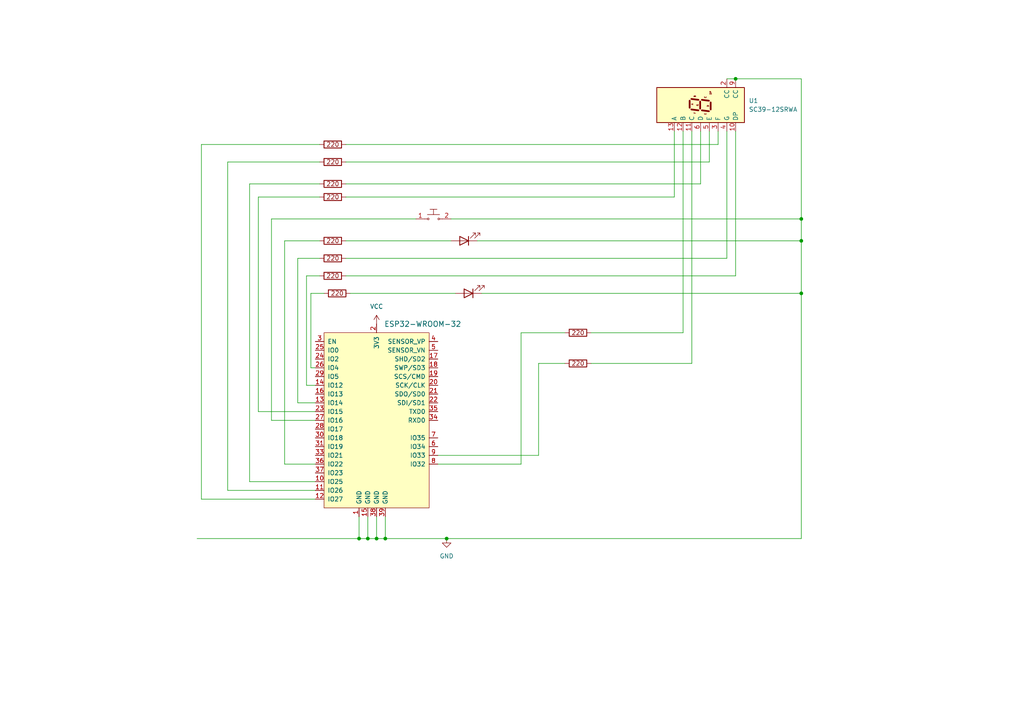
<source format=kicad_sch>
(kicad_sch (version 20230121) (generator eeschema)
  (paper "A4")
  (lib_symbols
    (symbol "Device:LED" (pin_numbers hide) (pin_names (offset 1.016) hide)
      (property "Reference" "D" (at 0 2.54 0))
      (property "Value" "LED" (at 0 -2.54 0))
      (symbol "LED_0_1"
        (polyline (pts (xy -1.27 -1.27) (xy -1.27 1.27)) (stroke (width 0.254)))
        (polyline (pts (xy -1.27 0) (xy 1.27 0)))
        (polyline (pts (xy 1.27 -1.27) (xy 1.27 1.27) (xy -1.27 0) (xy 1.27 -1.27)) (stroke (width 0.254)))
        (polyline (pts (xy -3.048 -0.762) (xy -4.572 -2.286) (xy -3.81 -2.286) (xy -4.572 -2.286) (xy -4.572 -1.524)))
        (polyline (pts (xy -1.778 -0.762) (xy -3.302 -2.286) (xy -2.54 -2.286) (xy -3.302 -2.286) (xy -3.302 -1.524)))
      )
      (symbol "LED_1_1"
        (pin passive line (at -3.81 0 0) (length 2.54) (name "K") (number "1"))
        (pin passive line (at 3.81 0 180) (length 2.54) (name "A") (number "2"))
      )
    )
    (symbol "R_2" (pin_numbers hide) (pin_names (offset 0))
      (symbol "R_2_0_1"
        (rectangle (start -1.016 -2.54) (end 1.016 2.54) (stroke (width 0.254)))
      )
      (symbol "R_2_1_1"
        (text "220" (at 0 0 900) (effects (font (size 1.27 1.27))))
        (pin passive line (at 0 3.81 270) (length 1.27) (name "~") (number "1"))
        (pin passive line (at 0 -3.81 90) (length 1.27) (name "~") (number "2"))
      )
    )
    (symbol "stop_watch:GND-power" (power) (pin_names (offset 0))
      (property "Value" "GND-power" (at 0 -3.81 0))
      (symbol "GND-power_0_1"
        (polyline (pts (xy 0 0) (xy 0 -1.27) (xy 1.27 -1.27) (xy 0 -2.54) (xy -1.27 -1.27) (xy 0 -1.27)))
      )
      (symbol "GND-power_1_1"
        (pin power_in line (at 0 0 270) (length 0) hide (name "GND") (number "1"))
      )
    )
    (symbol "stop_watch:GPTS203211B-dk_Pushbutton-Switches" (pin_names (offset 1.016))
      (property "Reference" "S" (at -3.81 3.81 0))
      (property "Value" "GPTS203211B-dk_Pushbutton-Switches" (at 0 -2.54 0))
      (symbol "GPTS203211B-dk_Pushbutton-Switches_0_1"
        (circle (center -1.524 0) (radius 0.254))
        (polyline (pts (xy -2.54 0) (xy -1.778 0)))
        (polyline (pts (xy -1.778 1.27) (xy 1.778 1.27)))
        (polyline (pts (xy -1.016 2.794) (xy 1.016 2.794)))
        (polyline (pts (xy 0 1.27) (xy 0 2.794)))
        (polyline (pts (xy 2.54 0) (xy 1.778 0)))
        (circle (center 1.524 0) (radius 0.254))
      )
      (symbol "GPTS203211B-dk_Pushbutton-Switches_1_1"
        (pin passive line (at -5.08 0 0) (length 2.54) (name "~") (number "1"))
        (pin passive line (at 5.08 0 180) (length 2.54) (name "~") (number "2"))
      )
    )
    (symbol "stop_watch:VCC-power" (power) (pin_names (offset 0))
      (property "Value" "VCC-power" (at 0 3.81 0))
      (symbol "VCC-power_0_1"
        (polyline (pts (xy -0.762 1.27) (xy 0 2.54)))
        (polyline (pts (xy 0 0) (xy 0 2.54)))
        (polyline (pts (xy 0 2.54) (xy 0.762 1.27)))
      )
      (symbol "VCC-power_1_1"
        (pin power_in line (at 0 0 90) (length 0) hide (name "VCC") (number "1"))
      )
    )
    (symbol "uwi_library:ESP32-WROOM-32" (pin_names (offset 1.016))
      (property "Reference" "MOD" (at -10.16 1.27 0))
      (property "Value" "ESP32-WROOM-32" (at 5.08 -25.4 90))
      (symbol "ESP32-WROOM-32_0_1"
        (rectangle (start -10.16 0) (end 20.32 -50.8) (fill (type background)))
      )
      (symbol "ESP32-WROOM-32_1_1"
        (pin power_in line (at 0 -53.34 90) (length 2.54) (name "GND") (number "1"))
        (pin bidirectional line (at -12.7 -43.18 0) (length 2.54) (name "IO25") (number "10"))
        (pin bidirectional line (at -12.7 -45.72 0) (length 2.54) (name "IO26") (number "11"))
        (pin bidirectional line (at -12.7 -48.26 0) (length 2.54) (name "IO27") (number "12"))
        (pin bidirectional line (at -12.7 -20.32 0) (length 2.54) (name "IO14") (number "13"))
        (pin bidirectional line (at -12.7 -15.24 0) (length 2.54) (name "IO12") (number "14"))
        (pin power_in line (at 2.54 -53.34 90) (length 2.54) (name "GND") (number "15"))
        (pin bidirectional line (at -12.7 -17.78 0) (length 2.54) (name "IO13") (number "16"))
        (pin bidirectional line (at 22.86 -7.62 180) (length 2.54) (name "SHD/SD2") (number "17"))
        (pin bidirectional line (at 22.86 -10.16 180) (length 2.54) (name "SWP/SD3") (number "18"))
        (pin bidirectional line (at 22.86 -12.7 180) (length 2.54) (name "SCS/CMD") (number "19"))
        (pin power_in line (at 5.08 2.54 270) (length 2.54) (name "3V3") (number "2"))
        (pin bidirectional line (at 22.86 -15.24 180) (length 2.54) (name "SCK/CLK") (number "20"))
        (pin bidirectional line (at 22.86 -17.78 180) (length 2.54) (name "SDO/SD0") (number "21"))
        (pin bidirectional line (at 22.86 -20.32 180) (length 2.54) (name "SDI/SD1") (number "22"))
        (pin bidirectional line (at -12.7 -22.86 0) (length 2.54) (name "IO15") (number "23"))
        (pin bidirectional line (at -12.7 -7.62 0) (length 2.54) (name "IO2") (number "24"))
        (pin bidirectional line (at -12.7 -5.08 0) (length 2.54) (name "IO0") (number "25"))
        (pin bidirectional line (at -12.7 -10.16 0) (length 2.54) (name "IO4") (number "26"))
        (pin bidirectional line (at -12.7 -25.4 0) (length 2.54) (name "IO16") (number "27"))
        (pin bidirectional line (at -12.7 -27.94 0) (length 2.54) (name "IO17") (number "28"))
        (pin bidirectional line (at -12.7 -12.7 0) (length 2.54) (name "IO5") (number "29"))
        (pin input line (at -12.7 -2.54 0) (length 2.54) (name "EN") (number "3"))
        (pin bidirectional line (at -12.7 -30.48 0) (length 2.54) (name "IO18") (number "30"))
        (pin bidirectional line (at -12.7 -33.02 0) (length 2.54) (name "IO19") (number "31"))
        (pin no_connect line (at 20.32 -43.18 180) (length 2.54) hide (name "NC") (number "32"))
        (pin bidirectional line (at -12.7 -35.56 0) (length 2.54) (name "IO21") (number "33"))
        (pin bidirectional line (at 22.86 -25.4 180) (length 2.54) (name "RXD0") (number "34"))
        (pin bidirectional line (at 22.86 -22.86 180) (length 2.54) (name "TXD0") (number "35"))
        (pin bidirectional line (at -12.7 -38.1 0) (length 2.54) (name "IO22") (number "36"))
        (pin bidirectional line (at -12.7 -40.64 0) (length 2.54) (name "IO23") (number "37"))
        (pin power_in line (at 5.08 -53.34 90) (length 2.54) (name "GND") (number "38"))
        (pin power_in line (at 7.62 -53.34 90) (length 2.54) (name "GND") (number "39"))
        (pin input line (at 22.86 -2.54 180) (length 2.54) (name "SENSOR_VP") (number "4"))
        (pin input line (at 22.86 -5.08 180) (length 2.54) (name "SENSOR_VN") (number "5"))
        (pin bidirectional line (at 22.86 -33.02 180) (length 2.54) (name "IO34") (number "6"))
        (pin bidirectional line (at 22.86 -30.48 180) (length 2.54) (name "IO35") (number "7"))
        (pin bidirectional line (at 22.86 -38.1 180) (length 2.54) (name "IO32") (number "8"))
        (pin bidirectional line (at 22.86 -35.56 180) (length 2.54) (name "IO33") (number "9"))
      )
    )
    (symbol "uwi_library:SC39-12SRWA"
      (property "Reference" "U" (at -3.81 13.97 0))
      (property "Value" "SC39-12SRWA" (at 6.35 13.97 0))
      (symbol "SC39-12SRWA_1_0"
        (text "A" (at 0.254 2.413 0) (effects (font (size 0.508 0.508))))
        (text "B" (at 2.54 1.651 0) (effects (font (size 0.508 0.508))))
        (text "C" (at 2.286 -1.397 0) (effects (font (size 0.508 0.508))))
        (text "D" (at -0.254 -2.159 0) (effects (font (size 0.508 0.508))))
        (text "DP" (at 3.556 -2.921 0) (effects (font (size 0.508 0.508))))
        (text "E" (at -2.54 -1.397 0) (effects (font (size 0.508 0.508))))
        (text "F" (at -2.286 1.651 0) (effects (font (size 0.508 0.508))))
        (text "G" (at 0 0.889 0) (effects (font (size 0.508 0.508))))
      )
      (symbol "SC39-12SRWA_1_1"
        (rectangle (start -5.08 12.7) (end 5.08 -12.7) (stroke (width 0.254)) (fill (type background)))
        (polyline (pts (xy -1.524 -0.381) (xy -1.778 -2.413)) (stroke (width 0.508)))
        (polyline (pts (xy -1.27 -2.921) (xy 0.762 -2.921)) (stroke (width 0.508)))
        (polyline (pts (xy -1.27 2.667) (xy -1.524 0.635)) (stroke (width 0.508)))
        (polyline (pts (xy -1.016 0.127) (xy 1.016 0.127)) (stroke (width 0.508)))
        (polyline (pts (xy -0.762 3.175) (xy 1.27 3.175)) (stroke (width 0.508)))
        (polyline (pts (xy 1.524 -0.381) (xy 1.27 -2.413)) (stroke (width 0.508)))
        (polyline (pts (xy 1.778 2.667) (xy 1.524 0.635)) (stroke (width 0.508)))
        (polyline (pts (xy 2.54 -2.921) (xy 2.54 -2.921)) (stroke (width 0.508)))
        (pin input line (at -7.62 -10.16 0) (length 2.54) (name "DP") (number "10"))
        (pin input line (at -7.62 2.54 0) (length 2.54) (name "C") (number "11"))
        (pin input line (at -7.62 5.08 0) (length 2.54) (name "B") (number "12"))
        (pin input line (at -7.62 7.62 0) (length 2.54) (name "A") (number "13"))
        (pin input line (at 7.62 -7.62 180) (length 2.54) (name "CC") (number "2"))
        (pin input line (at -7.62 -5.08 0) (length 2.54) (name "F") (number "3"))
        (pin input line (at -7.62 -7.62 0) (length 2.54) (name "G") (number "4"))
        (pin input line (at -7.62 -2.54 0) (length 2.54) (name "E") (number "5"))
        (pin input line (at -7.62 0 0) (length 2.54) (name "D") (number "6"))
        (pin input line (at 7.62 -10.16 180) (length 2.54) (name "CC") (number "9"))
      )
    )
  )
  (junction (at 104.14 156.21))
  (junction (at 111.76 156.21))
  (junction (at 232.41 85.09))
  (junction (at 232.41 69.85))
  (junction (at 109.22 156.21))
  (junction (at 213.36 22.86))
  (junction (at 106.68 156.21))
  (junction (at 129.54 156.21))
  (junction (at 232.41 63.5))
  (wire (pts (xy 91.44 119.38) (xy 74.93 119.38)))
  (wire (pts (xy 100.33 69.85) (xy 130.81 69.85)))
  (wire (pts (xy 139.7 85.09) (xy 232.41 85.09)))
  (wire (pts (xy 111.76 156.21) (xy 129.54 156.21)))
  (wire (pts (xy 208.28 41.91) (xy 208.28 38.1)))
  (wire (pts (xy 106.68 156.21) (xy 109.22 156.21)))
  (wire (pts (xy 210.82 22.86) (xy 213.36 22.86)))
  (wire (pts (xy 74.93 119.38) (xy 74.93 57.15)))
  (wire (pts (xy 200.66 105.41) (xy 200.66 38.1)))
  (wire (pts (xy 195.58 38.1) (xy 195.58 57.15)))
  (wire (pts (xy 151.13 96.52) (xy 163.83 96.52)))
  (wire (pts (xy 72.39 139.7) (xy 72.39 53.34)))
  (wire (pts (xy 151.13 134.62) (xy 151.13 96.52)))
  (wire (pts (xy 104.14 156.21) (xy 106.68 156.21)))
  (wire (pts (xy 100.33 74.93) (xy 210.82 74.93)))
  (wire (pts (xy 91.44 116.84) (xy 86.36 116.84)))
  (wire (pts (xy 57.15 156.21) (xy 104.14 156.21)))
  (wire (pts (xy 58.42 144.78) (xy 58.42 41.91)))
  (wire (pts (xy 127 134.62) (xy 151.13 134.62)))
  (wire (pts (xy 90.17 106.68) (xy 90.17 85.09)))
  (wire (pts (xy 100.33 80.01) (xy 213.36 80.01)))
  (wire (pts (xy 138.43 69.85) (xy 232.41 69.85)))
  (wire (pts (xy 111.76 149.86) (xy 111.76 156.21)))
  (wire (pts (xy 127 132.08) (xy 156.21 132.08)))
  (wire (pts (xy 232.41 22.86) (xy 232.41 63.5)))
  (wire (pts (xy 86.36 74.93) (xy 92.71 74.93)))
  (wire (pts (xy 156.21 105.41) (xy 163.83 105.41)))
  (wire (pts (xy 156.21 132.08) (xy 156.21 105.41)))
  (wire (pts (xy 66.04 142.24) (xy 66.04 46.99)))
  (wire (pts (xy 86.36 116.84) (xy 86.36 74.93)))
  (wire (pts (xy 130.81 63.5) (xy 232.41 63.5)))
  (wire (pts (xy 100.33 41.91) (xy 208.28 41.91)))
  (wire (pts (xy 213.36 22.86) (xy 232.41 22.86)))
  (wire (pts (xy 78.74 63.5) (xy 120.65 63.5)))
  (wire (pts (xy 91.44 142.24) (xy 66.04 142.24)))
  (wire (pts (xy 66.04 46.99) (xy 92.71 46.99)))
  (wire (pts (xy 198.12 96.52) (xy 198.12 38.1)))
  (wire (pts (xy 232.41 69.85) (xy 232.41 85.09)))
  (wire (pts (xy 100.33 53.34) (xy 203.2 53.34)))
  (wire (pts (xy 210.82 74.93) (xy 210.82 38.1)))
  (wire (pts (xy 58.42 41.91) (xy 92.71 41.91)))
  (wire (pts (xy 74.93 57.15) (xy 92.71 57.15)))
  (wire (pts (xy 90.17 85.09) (xy 93.98 85.09)))
  (wire (pts (xy 100.33 46.99) (xy 205.74 46.99)))
  (wire (pts (xy 91.44 106.68) (xy 90.17 106.68)))
  (wire (pts (xy 101.6 85.09) (xy 132.08 85.09)))
  (wire (pts (xy 100.33 57.15) (xy 195.58 57.15)))
  (wire (pts (xy 213.36 38.1) (xy 213.36 80.01)))
  (wire (pts (xy 205.74 38.1) (xy 205.74 46.99)))
  (wire (pts (xy 203.2 38.1) (xy 203.2 53.34)))
  (wire (pts (xy 88.9 111.76) (xy 91.44 111.76)))
  (wire (pts (xy 171.45 96.52) (xy 198.12 96.52)))
  (wire (pts (xy 88.9 80.01) (xy 92.71 80.01)))
  (wire (pts (xy 109.22 149.86) (xy 109.22 156.21)))
  (wire (pts (xy 72.39 53.34) (xy 92.71 53.34)))
  (wire (pts (xy 129.54 156.21) (xy 232.41 156.21)))
  (wire (pts (xy 78.74 121.92) (xy 78.74 63.5)))
  (wire (pts (xy 232.41 85.09) (xy 232.41 156.21)))
  (wire (pts (xy 82.55 69.85) (xy 92.71 69.85)))
  (wire (pts (xy 91.44 139.7) (xy 72.39 139.7)))
  (wire (pts (xy 109.22 156.21) (xy 111.76 156.21)))
  (wire (pts (xy 91.44 121.92) (xy 78.74 121.92)))
  (wire (pts (xy 82.55 134.62) (xy 91.44 134.62)))
  (wire (pts (xy 82.55 69.85) (xy 82.55 134.62)))
  (wire (pts (xy 88.9 111.76) (xy 88.9 80.01)))
  (wire (pts (xy 106.68 149.86) (xy 106.68 156.21)))
  (wire (pts (xy 91.44 144.78) (xy 58.42 144.78)))
  (wire (pts (xy 232.41 63.5) (xy 232.41 69.85)))
  (wire (pts (xy 171.45 105.41) (xy 200.66 105.41)))
  (wire (pts (xy 104.14 149.86) (xy 104.14 156.21)))
  (symbol (lib_name "R_2") (lib_id "Device:R") (at 96.52 57.15 270) (unit 1)
    (property "Reference" "R1" (effects hide))
    (property "Value" "R" (effects hide))
  )
  (symbol (lib_id "uwi_library:SC39-12SRWA") (at 203.2 30.48 90) (unit 1)
    (property "Reference" "U1" (at 217.17 29.21 90) (effects (justify right)))
    (property "Value" "SC39-12SRWA" (at 217.17 31.75 90) (effects (justify right)))
    (property "Footprint" "Display_7Segment:Sx39-1xxxxx" (effects hide))
    (property "Datasheet" "http://www.kingbrightusa.com/images/catalog/SPEC/sc39-12srwa.pdf" (effects hide))
  )
  (symbol (lib_name "R_2") (lib_id "Device:R") (at 167.64 105.41 270) (unit 1)
    (property "Reference" "R3" (effects hide))
    (property "Value" "R" (effects hide))
  )
  (symbol (lib_id "stop_watch:VCC-power") (at 109.22 93.98 0) (unit 1)
    (property "Reference" "#PWR02" (effects hide))
    (property "Value" "VCC-power" (at 109.22 88.9 0))
  )
  (symbol (lib_id "Device:LED") (at 135.89 85.09 180) (unit 1)
    (property "Reference" "D2" (effects hide))
    (property "Value" "LED" (effects hide))
  )
  (symbol (lib_name "R_2") (lib_id "Device:R") (at 96.52 41.91 270) (unit 1)
    (property "Reference" "R6" (effects hide))
    (property "Value" "R" (effects hide))
  )
  (symbol (lib_name "R_2") (lib_id "Device:R") (at 167.64 96.52 270) (unit 1)
    (property "Reference" "R2" (effects hide))
    (property "Value" "R" (effects hide))
  )
  (symbol (lib_name "R_2") (lib_id "Device:R") (at 97.79 85.09 270) (unit 1)
    (property "Reference" "R10" (effects hide))
    (property "Value" "R" (effects hide))
  )
  (symbol (lib_id "Device:LED") (at 134.62 69.85 180) (unit 1)
    (property "Reference" "D1" (effects hide))
    (property "Value" "LED" (effects hide))
  )
  (symbol (lib_id "uwi_library:ESP32-WROOM-32") (at 104.14 96.52 0) (unit 1)
    (property "Reference" "MOD1" (effects hide))
    (property "Value" "ESP32-WROOM-32" (at 111.4141 93.98 0) (effects (font (size 1.524 1.524)) (justify left)))
    (property "Footprint" "digikey-footprints:ESP32-WROOM-32D" (effects hide))
    (property "Datasheet" "https://www.espressif.com/sites/default/files/documentation/esp32-wroom-32_datasheet_en.pdf" (effects hide))
    (property "Digi-Key_PN" "1904-1010-1-ND" (effects hide))
    (property "MPN" "ESP32-WROOM-32" (effects hide))
    (property "Category" "RF/IF and RFID" (effects hide))
    (property "Family" "RF Transceiver Modules" (effects hide))
    (property "DK_Datasheet_Link" "https://www.espressif.com/sites/default/files/documentation/esp32-wroom-32_datasheet_en.pdf" (effects hide))
    (property "DK_Detail_Page" "/product-detail/en/espressif-systems/ESP32-WROOM-32/1904-1010-1-ND/8544305" (effects hide))
    (property "Description" "SMD MODULE, ESP32-D0WDQ6, 32MBIT" (effects hide))
    (property "Manufacturer" "Espressif Systems" (effects hide))
    (property "Status" "Active" (effects hide))
  )
  (symbol (lib_name "R_2") (lib_id "Device:R") (at 96.52 53.34 270) (unit 1)
    (property "Reference" "R4" (effects hide))
    (property "Value" "R" (effects hide))
  )
  (symbol (lib_name "R_2") (lib_id "Device:R") (at 96.52 46.99 270) (unit 1)
    (property "Reference" "R5" (effects hide))
    (property "Value" "R" (effects hide))
  )
  (symbol (lib_name "R_2") (lib_id "Device:R") (at 96.52 74.93 270) (unit 1)
    (property "Reference" "R7" (effects hide))
    (property "Value" "R" (effects hide))
  )
  (symbol (lib_name "R_2") (lib_id "Device:R") (at 96.52 69.85 270) (unit 1)
    (property "Reference" "R9" (effects hide))
    (property "Value" "R" (effects hide))
  )
  (symbol (lib_id "stop_watch:GPTS203211B-dk_Pushbutton-Switches") (at 125.73 63.5 0) (unit 1)
    (property "Reference" "S1" (effects hide))
    (property "Value" "GPTS203211B-dk_Pushbutton-Switches" (effects hide))
    (property "Footprint" "digikey-footprints:PushButton_12x12mm_THT_GPTS203211B" (effects hide))
    (property "Datasheet" "http://switches-connectors-custom.cwind.com/Asset/GPTS203211BR2.pdf" (effects hide))
    (property "Digi-Key_PN" "CW181-ND" (effects hide))
    (property "MPN" "GPTS203211B" (effects hide))
    (property "Category" "Switches" (effects hide))
    (property "Family" "Pushbutton Switches" (effects hide))
    (property "DK_Datasheet_Link" "http://switches-connectors-custom.cwind.com/Asset/GPTS203211BR2.pdf" (effects hide))
    (property "DK_Detail_Page" "/product-detail/en/cw-industries/GPTS203211B/CW181-ND/3190590" (effects hide))
    (property "Description" "SWITCH PUSHBUTTON SPST 1A 30V" (effects hide))
    (property "Manufacturer" "CW Industries" (effects hide))
    (property "Status" "Active" (effects hide))
  )
  (symbol (lib_id "stop_watch:GND-power") (at 129.54 156.21 0) (unit 1)
    (property "Reference" "#PWR01" (effects hide))
    (property "Value" "GND-power" (at 129.54 161.29 0))
  )
  (symbol (lib_name "R_2") (lib_id "Device:R") (at 96.52 80.01 270) (unit 1)
    (property "Reference" "R8" (effects hide))
    (property "Value" "R" (effects hide))
  )
)
</source>
